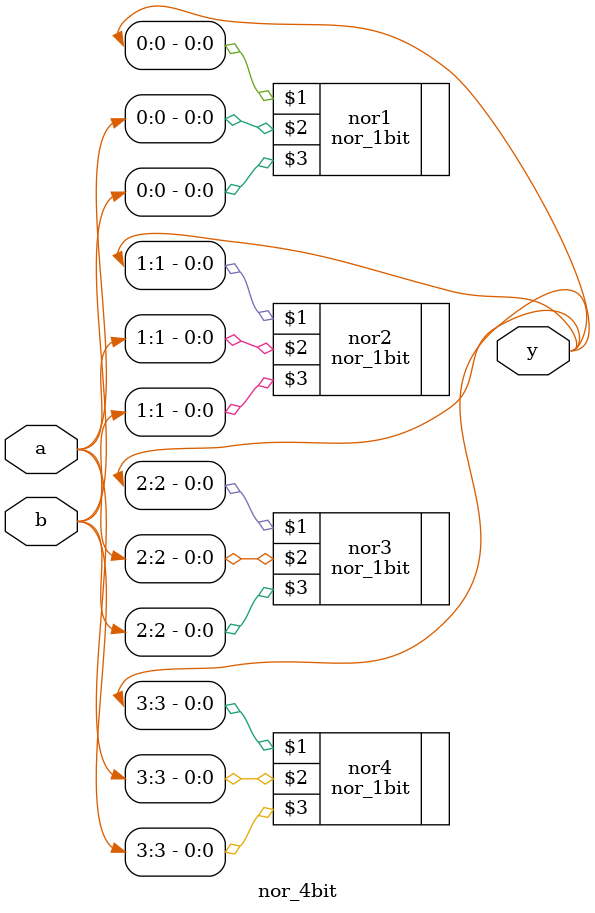
<source format=v>
module nor_4bit (
	output [3:0] y, 
	input [3:0] a,
	input [3:0] b
);
	
	nor_1bit nor1 (y[0], a[0], b[0]);
	nor_1bit nor2 (y[1], a[1], b[1]);
	nor_1bit nor3 (y[2], a[2], b[2]);
	nor_1bit nor4 (y[3], a[3], b[3]);

endmodule

</source>
